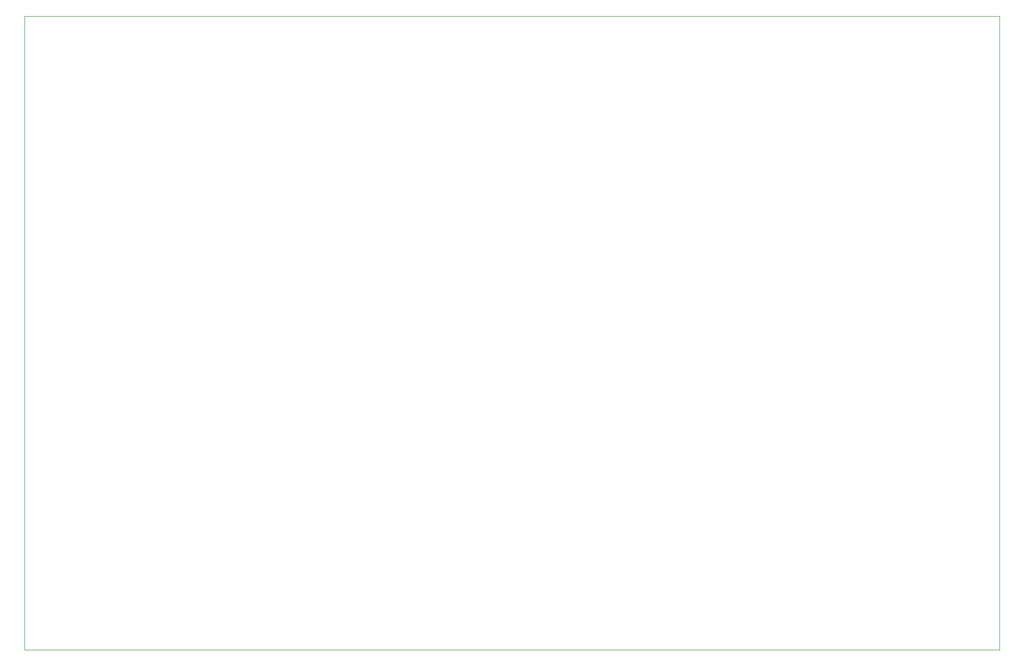
<source format=gm1>
%TF.GenerationSoftware,KiCad,Pcbnew,(6.0.9-0)*%
%TF.CreationDate,2022-11-09T23:01:03-06:00*%
%TF.ProjectId,CluePCB,436c7565-5043-4422-9e6b-696361645f70,1*%
%TF.SameCoordinates,Original*%
%TF.FileFunction,Profile,NP*%
%FSLAX46Y46*%
G04 Gerber Fmt 4.6, Leading zero omitted, Abs format (unit mm)*
G04 Created by KiCad (PCBNEW (6.0.9-0)) date 2022-11-09 23:01:03*
%MOMM*%
%LPD*%
G01*
G04 APERTURE LIST*
%TA.AperFunction,Profile*%
%ADD10C,0.100000*%
%TD*%
G04 APERTURE END LIST*
D10*
X60700000Y-36600000D02*
X229100000Y-36600000D01*
X229100000Y-36600000D02*
X229100000Y-146200000D01*
X229100000Y-146200000D02*
X60700000Y-146200000D01*
X60700000Y-146200000D02*
X60700000Y-36600000D01*
M02*

</source>
